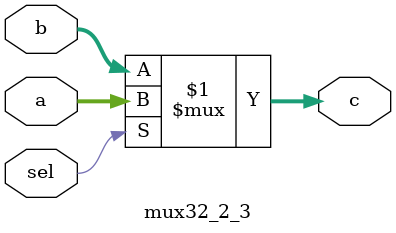
<source format=v>
`timescale 1ns / 1ps
module mux32_2_3(
    input [4:0] a,
    input [4:0] b,
    input sel,
    output [4:0] c
    );
	 assign c = (sel)?a:b;
    


endmodule

</source>
